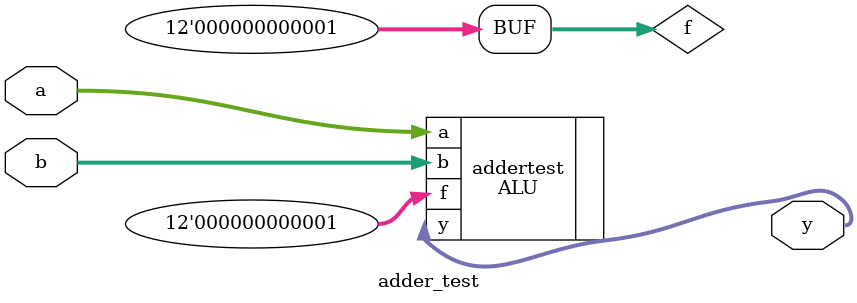
<source format=sv>
`timescale 1ns / 1ps


module adder_test(
    input [31:0] a,b,
    output [31:0] y
    );
    reg [11:0] f=12'b000000000001;
    ALU addertest(
        .a(a),
        .b(b),
        .f(f),
        .y(y)
    );
endmodule

</source>
